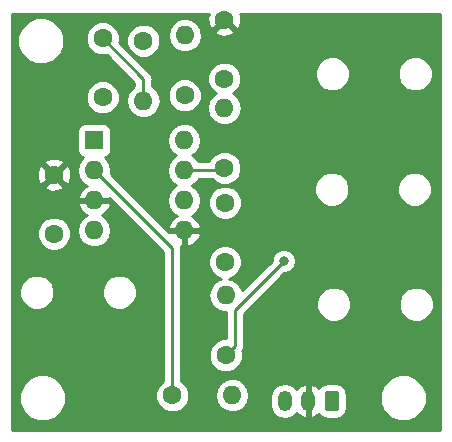
<source format=gbr>
G04 #@! TF.GenerationSoftware,KiCad,Pcbnew,(5.0.1)-rc2*
G04 #@! TF.CreationDate,2019-01-31T00:44:23-05:00*
G04 #@! TF.ProjectId,CV buffer,4356206275666665722E6B696361645F,rev?*
G04 #@! TF.SameCoordinates,Original*
G04 #@! TF.FileFunction,Copper,L2,Bot,Signal*
G04 #@! TF.FilePolarity,Positive*
%FSLAX46Y46*%
G04 Gerber Fmt 4.6, Leading zero omitted, Abs format (unit mm)*
G04 Created by KiCad (PCBNEW (5.0.1)-rc2) date 1/31/2019 12:44:23 AM*
%MOMM*%
%LPD*%
G01*
G04 APERTURE LIST*
G04 #@! TA.AperFunction,ComponentPad*
%ADD10C,1.600000*%
G04 #@! TD*
G04 #@! TA.AperFunction,Conductor*
%ADD11C,0.100000*%
G04 #@! TD*
G04 #@! TA.AperFunction,ComponentPad*
%ADD12C,1.200000*%
G04 #@! TD*
G04 #@! TA.AperFunction,ComponentPad*
%ADD13O,1.200000X1.750000*%
G04 #@! TD*
G04 #@! TA.AperFunction,ComponentPad*
%ADD14R,1.600000X1.600000*%
G04 #@! TD*
G04 #@! TA.AperFunction,ComponentPad*
%ADD15O,1.600000X1.600000*%
G04 #@! TD*
G04 #@! TA.AperFunction,ViaPad*
%ADD16C,0.800000*%
G04 #@! TD*
G04 #@! TA.AperFunction,Conductor*
%ADD17C,0.250000*%
G04 #@! TD*
G04 #@! TA.AperFunction,Conductor*
%ADD18C,0.254000*%
G04 #@! TD*
G04 APERTURE END LIST*
D10*
G04 #@! TO.P,C1,2*
G04 #@! TO.N,-12V*
X179019200Y-85314800D03*
G04 #@! TO.P,C1,1*
G04 #@! TO.N,GND*
X179019200Y-80314800D03*
G04 #@! TD*
D11*
G04 #@! TO.N,+12V*
G04 #@! TO.C,J2*
G36*
X202914105Y-98592604D02*
X202938373Y-98596204D01*
X202962172Y-98602165D01*
X202985271Y-98610430D01*
X203007450Y-98620920D01*
X203028493Y-98633532D01*
X203048199Y-98648147D01*
X203066377Y-98664623D01*
X203082853Y-98682801D01*
X203097468Y-98702507D01*
X203110080Y-98723550D01*
X203120570Y-98745729D01*
X203128835Y-98768828D01*
X203134796Y-98792627D01*
X203138396Y-98816895D01*
X203139600Y-98841399D01*
X203139600Y-100091401D01*
X203138396Y-100115905D01*
X203134796Y-100140173D01*
X203128835Y-100163972D01*
X203120570Y-100187071D01*
X203110080Y-100209250D01*
X203097468Y-100230293D01*
X203082853Y-100249999D01*
X203066377Y-100268177D01*
X203048199Y-100284653D01*
X203028493Y-100299268D01*
X203007450Y-100311880D01*
X202985271Y-100322370D01*
X202962172Y-100330635D01*
X202938373Y-100336596D01*
X202914105Y-100340196D01*
X202889601Y-100341400D01*
X202189599Y-100341400D01*
X202165095Y-100340196D01*
X202140827Y-100336596D01*
X202117028Y-100330635D01*
X202093929Y-100322370D01*
X202071750Y-100311880D01*
X202050707Y-100299268D01*
X202031001Y-100284653D01*
X202012823Y-100268177D01*
X201996347Y-100249999D01*
X201981732Y-100230293D01*
X201969120Y-100209250D01*
X201958630Y-100187071D01*
X201950365Y-100163972D01*
X201944404Y-100140173D01*
X201940804Y-100115905D01*
X201939600Y-100091401D01*
X201939600Y-98841399D01*
X201940804Y-98816895D01*
X201944404Y-98792627D01*
X201950365Y-98768828D01*
X201958630Y-98745729D01*
X201969120Y-98723550D01*
X201981732Y-98702507D01*
X201996347Y-98682801D01*
X202012823Y-98664623D01*
X202031001Y-98648147D01*
X202050707Y-98633532D01*
X202071750Y-98620920D01*
X202093929Y-98610430D01*
X202117028Y-98602165D01*
X202140827Y-98596204D01*
X202165095Y-98592604D01*
X202189599Y-98591400D01*
X202889601Y-98591400D01*
X202914105Y-98592604D01*
X202914105Y-98592604D01*
G37*
D12*
G04 #@! TD*
G04 #@! TO.P,J2,1*
G04 #@! TO.N,+12V*
X202539600Y-99466400D03*
D13*
G04 #@! TO.P,J2,2*
G04 #@! TO.N,GND*
X200539600Y-99466400D03*
G04 #@! TO.P,J2,3*
G04 #@! TO.N,-12V*
X198539600Y-99466400D03*
G04 #@! TD*
D10*
G04 #@! TO.P,C2,1*
G04 #@! TO.N,+12V*
X193446400Y-72186800D03*
G04 #@! TO.P,C2,2*
G04 #@! TO.N,GND*
X193446400Y-67186800D03*
G04 #@! TD*
G04 #@! TO.P,C3,2*
G04 #@! TO.N,Net-(C3-Pad2)*
X183134000Y-68761600D03*
G04 #@! TO.P,C3,1*
G04 #@! TO.N,Net-(C3-Pad1)*
X183134000Y-73761600D03*
G04 #@! TD*
G04 #@! TO.P,C4,1*
G04 #@! TO.N,Net-(C4-Pad1)*
X193497200Y-82702400D03*
G04 #@! TO.P,C4,2*
G04 #@! TO.N,Net-(C4-Pad2)*
X193497200Y-87702400D03*
G04 #@! TD*
D14*
G04 #@! TO.P,U1,1*
G04 #@! TO.N,Net-(C3-Pad1)*
X182422800Y-77419200D03*
D15*
G04 #@! TO.P,U1,5*
G04 #@! TO.N,GND*
X190042800Y-85039200D03*
G04 #@! TO.P,U1,2*
G04 #@! TO.N,Net-(C3-Pad2)*
X182422800Y-79959200D03*
G04 #@! TO.P,U1,6*
G04 #@! TO.N,Net-(C4-Pad2)*
X190042800Y-82499200D03*
G04 #@! TO.P,U1,3*
G04 #@! TO.N,GND*
X182422800Y-82499200D03*
G04 #@! TO.P,U1,7*
G04 #@! TO.N,Net-(C4-Pad1)*
X190042800Y-79959200D03*
G04 #@! TO.P,U1,4*
G04 #@! TO.N,-12V*
X182422800Y-85039200D03*
G04 #@! TO.P,U1,8*
G04 #@! TO.N,+12V*
X190042800Y-77419200D03*
G04 #@! TD*
D10*
G04 #@! TO.P,R1,1*
G04 #@! TO.N,Net-(C3-Pad1)*
X186588400Y-68986400D03*
D15*
G04 #@! TO.P,R1,2*
G04 #@! TO.N,Net-(C3-Pad2)*
X186588400Y-74066400D03*
G04 #@! TD*
G04 #@! TO.P,R3,2*
G04 #@! TO.N,Net-(C3-Pad1)*
X190093600Y-68529200D03*
D10*
G04 #@! TO.P,R3,1*
G04 #@! TO.N,Net-(C4-Pad2)*
X190093600Y-73609200D03*
G04 #@! TD*
G04 #@! TO.P,R2,1*
G04 #@! TO.N,Net-(C3-Pad2)*
X189026800Y-99009200D03*
D15*
G04 #@! TO.P,R2,2*
G04 #@! TO.N,Net-(J1-PadT)*
X194106800Y-99009200D03*
G04 #@! TD*
G04 #@! TO.P,R4,2*
G04 #@! TO.N,Net-(C4-Pad2)*
X193446400Y-74676000D03*
D10*
G04 #@! TO.P,R4,1*
G04 #@! TO.N,Net-(C4-Pad1)*
X193446400Y-79756000D03*
G04 #@! TD*
G04 #@! TO.P,R5,1*
G04 #@! TO.N,Net-(J3-PadT)*
X193548000Y-95605600D03*
D15*
G04 #@! TO.P,R5,2*
G04 #@! TO.N,Net-(C4-Pad1)*
X193548000Y-90525600D03*
G04 #@! TD*
D16*
G04 #@! TO.N,Net-(J3-PadT)*
X198475600Y-87630000D03*
G04 #@! TO.N,GND*
X180738000Y-93971600D03*
G04 #@! TD*
D17*
G04 #@! TO.N,Net-(J3-PadT)*
X194347999Y-94805601D02*
X194347999Y-91757601D01*
X193548000Y-95605600D02*
X194347999Y-94805601D01*
X194347999Y-91757601D02*
X198475600Y-87630000D01*
X198475600Y-87630000D02*
X198475600Y-87630000D01*
G04 #@! TO.N,Net-(C4-Pad1)*
X193243200Y-79959200D02*
X193446400Y-79756000D01*
X190042800Y-79959200D02*
X193243200Y-79959200D01*
G04 #@! TO.N,Net-(C3-Pad2)*
X189026800Y-86563200D02*
X189026800Y-99009200D01*
X182422800Y-79959200D02*
X189026800Y-86563200D01*
X186588400Y-72216000D02*
X183134000Y-68761600D01*
X186588400Y-74066400D02*
X186588400Y-72216000D01*
G04 #@! TO.N,-12V*
X182321200Y-84937600D02*
X182422800Y-85039200D01*
G04 #@! TD*
D18*
G04 #@! TO.N,GND*
G36*
X191999435Y-66970023D02*
X192026622Y-67540254D01*
X192192536Y-67940805D01*
X192438655Y-68014939D01*
X193266795Y-67186800D01*
X193252652Y-67172658D01*
X193432258Y-66993053D01*
X193446400Y-67007195D01*
X193460543Y-66993053D01*
X193640148Y-67172658D01*
X193626005Y-67186800D01*
X194454145Y-68014939D01*
X194700264Y-67940805D01*
X194893365Y-67403577D01*
X194866178Y-66833346D01*
X194799926Y-66673400D01*
X211710600Y-66673400D01*
X211710601Y-101931800D01*
X175487000Y-101931800D01*
X175487000Y-98817559D01*
X176069000Y-98817559D01*
X176069000Y-99607241D01*
X176371199Y-100336812D01*
X176929588Y-100895201D01*
X177659159Y-101197400D01*
X178448841Y-101197400D01*
X179178412Y-100895201D01*
X179736801Y-100336812D01*
X180039000Y-99607241D01*
X180039000Y-98817559D01*
X179736801Y-98087988D01*
X179178412Y-97529599D01*
X178448841Y-97227400D01*
X177659159Y-97227400D01*
X176929588Y-97529599D01*
X176371199Y-98087988D01*
X176069000Y-98817559D01*
X175487000Y-98817559D01*
X175487000Y-89976215D01*
X176070200Y-89976215D01*
X176070200Y-90566985D01*
X176296278Y-91112785D01*
X176714015Y-91530522D01*
X177259815Y-91756600D01*
X177850585Y-91756600D01*
X178396385Y-91530522D01*
X178814122Y-91112785D01*
X179040200Y-90566985D01*
X179040200Y-89976215D01*
X183070200Y-89976215D01*
X183070200Y-90566985D01*
X183296278Y-91112785D01*
X183714015Y-91530522D01*
X184259815Y-91756600D01*
X184850585Y-91756600D01*
X185396385Y-91530522D01*
X185814122Y-91112785D01*
X186040200Y-90566985D01*
X186040200Y-89976215D01*
X185814122Y-89430415D01*
X185396385Y-89012678D01*
X184850585Y-88786600D01*
X184259815Y-88786600D01*
X183714015Y-89012678D01*
X183296278Y-89430415D01*
X183070200Y-89976215D01*
X179040200Y-89976215D01*
X178814122Y-89430415D01*
X178396385Y-89012678D01*
X177850585Y-88786600D01*
X177259815Y-88786600D01*
X176714015Y-89012678D01*
X176296278Y-89430415D01*
X176070200Y-89976215D01*
X175487000Y-89976215D01*
X175487000Y-85029361D01*
X177584200Y-85029361D01*
X177584200Y-85600239D01*
X177802666Y-86127662D01*
X178206338Y-86531334D01*
X178733761Y-86749800D01*
X179304639Y-86749800D01*
X179832062Y-86531334D01*
X180235734Y-86127662D01*
X180454200Y-85600239D01*
X180454200Y-85039200D01*
X180959687Y-85039200D01*
X181071060Y-85599109D01*
X181388223Y-86073777D01*
X181862891Y-86390940D01*
X182281467Y-86474200D01*
X182564133Y-86474200D01*
X182982709Y-86390940D01*
X183457377Y-86073777D01*
X183774540Y-85599109D01*
X183885913Y-85039200D01*
X183774540Y-84479291D01*
X183457377Y-84004623D01*
X183073692Y-83748253D01*
X183277934Y-83651589D01*
X183653841Y-83236623D01*
X183814704Y-82848239D01*
X183692715Y-82626200D01*
X182549800Y-82626200D01*
X182549800Y-82646200D01*
X182295800Y-82646200D01*
X182295800Y-82626200D01*
X181152885Y-82626200D01*
X181030896Y-82848239D01*
X181191759Y-83236623D01*
X181567666Y-83651589D01*
X181771908Y-83748253D01*
X181388223Y-84004623D01*
X181071060Y-84479291D01*
X180959687Y-85039200D01*
X180454200Y-85039200D01*
X180454200Y-85029361D01*
X180235734Y-84501938D01*
X179832062Y-84098266D01*
X179304639Y-83879800D01*
X178733761Y-83879800D01*
X178206338Y-84098266D01*
X177802666Y-84501938D01*
X177584200Y-85029361D01*
X175487000Y-85029361D01*
X175487000Y-81322545D01*
X178191061Y-81322545D01*
X178265195Y-81568664D01*
X178802423Y-81761765D01*
X179372654Y-81734578D01*
X179773205Y-81568664D01*
X179847339Y-81322545D01*
X179019200Y-80494405D01*
X178191061Y-81322545D01*
X175487000Y-81322545D01*
X175487000Y-80098023D01*
X177572235Y-80098023D01*
X177599422Y-80668254D01*
X177765336Y-81068805D01*
X178011455Y-81142939D01*
X178839595Y-80314800D01*
X179198805Y-80314800D01*
X180026945Y-81142939D01*
X180273064Y-81068805D01*
X180466165Y-80531577D01*
X180438978Y-79961346D01*
X180438090Y-79959200D01*
X180959687Y-79959200D01*
X181071060Y-80519109D01*
X181388223Y-80993777D01*
X181771908Y-81250147D01*
X181567666Y-81346811D01*
X181191759Y-81761777D01*
X181030896Y-82150161D01*
X181152885Y-82372200D01*
X182295800Y-82372200D01*
X182295800Y-82352200D01*
X182549800Y-82352200D01*
X182549800Y-82372200D01*
X183692715Y-82372200D01*
X183716928Y-82328129D01*
X188266800Y-86878003D01*
X188266801Y-97770769D01*
X188213938Y-97792666D01*
X187810266Y-98196338D01*
X187591800Y-98723761D01*
X187591800Y-99294639D01*
X187810266Y-99822062D01*
X188213938Y-100225734D01*
X188741361Y-100444200D01*
X189312239Y-100444200D01*
X189839662Y-100225734D01*
X190243334Y-99822062D01*
X190461800Y-99294639D01*
X190461800Y-99009200D01*
X192643687Y-99009200D01*
X192755060Y-99569109D01*
X193072223Y-100043777D01*
X193546891Y-100360940D01*
X193965467Y-100444200D01*
X194248133Y-100444200D01*
X194666709Y-100360940D01*
X195141377Y-100043777D01*
X195458540Y-99569109D01*
X195557866Y-99069764D01*
X197304600Y-99069764D01*
X197304600Y-99863035D01*
X197376256Y-100223272D01*
X197649215Y-100631785D01*
X198057727Y-100904744D01*
X198539600Y-101000595D01*
X199021472Y-100904744D01*
X199429985Y-100631785D01*
X199548767Y-100454015D01*
X199756126Y-100704480D01*
X200184319Y-100930992D01*
X200221991Y-100934862D01*
X200412600Y-100810131D01*
X200412600Y-99593400D01*
X200392600Y-99593400D01*
X200392600Y-99339400D01*
X200412600Y-99339400D01*
X200412600Y-98122669D01*
X200666600Y-98122669D01*
X200666600Y-99339400D01*
X200686600Y-99339400D01*
X200686600Y-99593400D01*
X200666600Y-99593400D01*
X200666600Y-100810131D01*
X200857209Y-100934862D01*
X200894881Y-100930992D01*
X201323074Y-100704480D01*
X201443473Y-100559053D01*
X201555014Y-100725986D01*
X201846164Y-100920527D01*
X202189599Y-100988840D01*
X202889601Y-100988840D01*
X203233036Y-100920527D01*
X203524186Y-100725986D01*
X203718727Y-100434836D01*
X203787040Y-100091401D01*
X203787040Y-98841399D01*
X203782298Y-98817559D01*
X206599800Y-98817559D01*
X206599800Y-99607241D01*
X206901999Y-100336812D01*
X207460388Y-100895201D01*
X208189959Y-101197400D01*
X208979641Y-101197400D01*
X209709212Y-100895201D01*
X210267601Y-100336812D01*
X210569800Y-99607241D01*
X210569800Y-98817559D01*
X210267601Y-98087988D01*
X209709212Y-97529599D01*
X208979641Y-97227400D01*
X208189959Y-97227400D01*
X207460388Y-97529599D01*
X206901999Y-98087988D01*
X206599800Y-98817559D01*
X203782298Y-98817559D01*
X203718727Y-98497964D01*
X203524186Y-98206814D01*
X203233036Y-98012273D01*
X202889601Y-97943960D01*
X202189599Y-97943960D01*
X201846164Y-98012273D01*
X201555014Y-98206814D01*
X201443473Y-98373747D01*
X201323074Y-98228320D01*
X200894881Y-98001808D01*
X200857209Y-97997938D01*
X200666600Y-98122669D01*
X200412600Y-98122669D01*
X200221991Y-97997938D01*
X200184319Y-98001808D01*
X199756126Y-98228320D01*
X199548767Y-98478785D01*
X199429985Y-98301015D01*
X199021473Y-98028056D01*
X198539600Y-97932205D01*
X198057728Y-98028056D01*
X197649216Y-98301015D01*
X197376256Y-98709527D01*
X197304600Y-99069764D01*
X195557866Y-99069764D01*
X195569913Y-99009200D01*
X195458540Y-98449291D01*
X195141377Y-97974623D01*
X194666709Y-97657460D01*
X194248133Y-97574200D01*
X193965467Y-97574200D01*
X193546891Y-97657460D01*
X193072223Y-97974623D01*
X192755060Y-98449291D01*
X192643687Y-99009200D01*
X190461800Y-99009200D01*
X190461800Y-98723761D01*
X190243334Y-98196338D01*
X189839662Y-97792666D01*
X189786800Y-97770770D01*
X189786800Y-87416961D01*
X192062200Y-87416961D01*
X192062200Y-87987839D01*
X192280666Y-88515262D01*
X192684338Y-88918934D01*
X193198663Y-89131975D01*
X192988091Y-89173860D01*
X192513423Y-89491023D01*
X192196260Y-89965691D01*
X192084887Y-90525600D01*
X192196260Y-91085509D01*
X192513423Y-91560177D01*
X192988091Y-91877340D01*
X193406667Y-91960600D01*
X193588000Y-91960600D01*
X193587999Y-94170600D01*
X193262561Y-94170600D01*
X192735138Y-94389066D01*
X192331466Y-94792738D01*
X192113000Y-95320161D01*
X192113000Y-95891039D01*
X192331466Y-96418462D01*
X192735138Y-96822134D01*
X193262561Y-97040600D01*
X193833439Y-97040600D01*
X194360862Y-96822134D01*
X194764534Y-96418462D01*
X194983000Y-95891039D01*
X194983000Y-95320161D01*
X194958212Y-95260317D01*
X195063902Y-95102139D01*
X195063903Y-95102138D01*
X195107999Y-94880453D01*
X195107999Y-94880449D01*
X195122887Y-94805602D01*
X195107999Y-94730755D01*
X195107999Y-92072402D01*
X196188186Y-90992215D01*
X201208200Y-90992215D01*
X201208200Y-91582985D01*
X201434278Y-92128785D01*
X201852015Y-92546522D01*
X202397815Y-92772600D01*
X202988585Y-92772600D01*
X203534385Y-92546522D01*
X203952122Y-92128785D01*
X204178200Y-91582985D01*
X204178200Y-90992215D01*
X208208200Y-90992215D01*
X208208200Y-91582985D01*
X208434278Y-92128785D01*
X208852015Y-92546522D01*
X209397815Y-92772600D01*
X209988585Y-92772600D01*
X210534385Y-92546522D01*
X210952122Y-92128785D01*
X211178200Y-91582985D01*
X211178200Y-90992215D01*
X210952122Y-90446415D01*
X210534385Y-90028678D01*
X209988585Y-89802600D01*
X209397815Y-89802600D01*
X208852015Y-90028678D01*
X208434278Y-90446415D01*
X208208200Y-90992215D01*
X204178200Y-90992215D01*
X203952122Y-90446415D01*
X203534385Y-90028678D01*
X202988585Y-89802600D01*
X202397815Y-89802600D01*
X201852015Y-90028678D01*
X201434278Y-90446415D01*
X201208200Y-90992215D01*
X196188186Y-90992215D01*
X198515403Y-88665000D01*
X198681474Y-88665000D01*
X199061880Y-88507431D01*
X199353031Y-88216280D01*
X199510600Y-87835874D01*
X199510600Y-87424126D01*
X199353031Y-87043720D01*
X199061880Y-86752569D01*
X198681474Y-86595000D01*
X198269726Y-86595000D01*
X197889320Y-86752569D01*
X197598169Y-87043720D01*
X197440600Y-87424126D01*
X197440600Y-87590197D01*
X194927176Y-90103622D01*
X194899740Y-89965691D01*
X194582577Y-89491023D01*
X194107909Y-89173860D01*
X193828698Y-89118322D01*
X194310062Y-88918934D01*
X194713734Y-88515262D01*
X194932200Y-87987839D01*
X194932200Y-87416961D01*
X194713734Y-86889538D01*
X194310062Y-86485866D01*
X193782639Y-86267400D01*
X193211761Y-86267400D01*
X192684338Y-86485866D01*
X192280666Y-86889538D01*
X192062200Y-87416961D01*
X189786800Y-87416961D01*
X189786800Y-86638046D01*
X189801688Y-86563199D01*
X189786800Y-86488352D01*
X189786800Y-86488348D01*
X189767413Y-86390882D01*
X189915800Y-86309829D01*
X189915800Y-85166200D01*
X190169800Y-85166200D01*
X190169800Y-86309829D01*
X190391841Y-86431114D01*
X190897934Y-86191589D01*
X191273841Y-85776623D01*
X191434704Y-85388239D01*
X191312715Y-85166200D01*
X190169800Y-85166200D01*
X189915800Y-85166200D01*
X188772885Y-85166200D01*
X188748673Y-85210270D01*
X183821488Y-80283087D01*
X183885913Y-79959200D01*
X183774540Y-79399291D01*
X183457377Y-78924623D01*
X183336694Y-78843985D01*
X183470565Y-78817357D01*
X183680609Y-78677009D01*
X183820957Y-78466965D01*
X183870240Y-78219200D01*
X183870240Y-77419200D01*
X188579687Y-77419200D01*
X188691060Y-77979109D01*
X189008223Y-78453777D01*
X189360558Y-78689200D01*
X189008223Y-78924623D01*
X188691060Y-79399291D01*
X188579687Y-79959200D01*
X188691060Y-80519109D01*
X189008223Y-80993777D01*
X189360558Y-81229200D01*
X189008223Y-81464623D01*
X188691060Y-81939291D01*
X188579687Y-82499200D01*
X188691060Y-83059109D01*
X189008223Y-83533777D01*
X189391908Y-83790147D01*
X189187666Y-83886811D01*
X188811759Y-84301777D01*
X188650896Y-84690161D01*
X188772885Y-84912200D01*
X189915800Y-84912200D01*
X189915800Y-84892200D01*
X190169800Y-84892200D01*
X190169800Y-84912200D01*
X191312715Y-84912200D01*
X191434704Y-84690161D01*
X191273841Y-84301777D01*
X190897934Y-83886811D01*
X190693692Y-83790147D01*
X191077377Y-83533777D01*
X191394540Y-83059109D01*
X191505913Y-82499200D01*
X191489555Y-82416961D01*
X192062200Y-82416961D01*
X192062200Y-82987839D01*
X192280666Y-83515262D01*
X192684338Y-83918934D01*
X193211761Y-84137400D01*
X193782639Y-84137400D01*
X194310062Y-83918934D01*
X194713734Y-83515262D01*
X194932200Y-82987839D01*
X194932200Y-82416961D01*
X194713734Y-81889538D01*
X194310062Y-81485866D01*
X193782639Y-81267400D01*
X193211761Y-81267400D01*
X192684338Y-81485866D01*
X192280666Y-81889538D01*
X192062200Y-82416961D01*
X191489555Y-82416961D01*
X191394540Y-81939291D01*
X191077377Y-81464623D01*
X190739133Y-81238615D01*
X201055800Y-81238615D01*
X201055800Y-81829385D01*
X201281878Y-82375185D01*
X201699615Y-82792922D01*
X202245415Y-83019000D01*
X202836185Y-83019000D01*
X203381985Y-82792922D01*
X203799722Y-82375185D01*
X204025800Y-81829385D01*
X204025800Y-81238615D01*
X208055800Y-81238615D01*
X208055800Y-81829385D01*
X208281878Y-82375185D01*
X208699615Y-82792922D01*
X209245415Y-83019000D01*
X209836185Y-83019000D01*
X210381985Y-82792922D01*
X210799722Y-82375185D01*
X211025800Y-81829385D01*
X211025800Y-81238615D01*
X210799722Y-80692815D01*
X210381985Y-80275078D01*
X209836185Y-80049000D01*
X209245415Y-80049000D01*
X208699615Y-80275078D01*
X208281878Y-80692815D01*
X208055800Y-81238615D01*
X204025800Y-81238615D01*
X203799722Y-80692815D01*
X203381985Y-80275078D01*
X202836185Y-80049000D01*
X202245415Y-80049000D01*
X201699615Y-80275078D01*
X201281878Y-80692815D01*
X201055800Y-81238615D01*
X190739133Y-81238615D01*
X190725042Y-81229200D01*
X191077377Y-80993777D01*
X191260843Y-80719200D01*
X192380204Y-80719200D01*
X192633538Y-80972534D01*
X193160961Y-81191000D01*
X193731839Y-81191000D01*
X194259262Y-80972534D01*
X194662934Y-80568862D01*
X194881400Y-80041439D01*
X194881400Y-79470561D01*
X194662934Y-78943138D01*
X194259262Y-78539466D01*
X193731839Y-78321000D01*
X193160961Y-78321000D01*
X192633538Y-78539466D01*
X192229866Y-78943138D01*
X192123802Y-79199200D01*
X191260843Y-79199200D01*
X191077377Y-78924623D01*
X190725042Y-78689200D01*
X191077377Y-78453777D01*
X191394540Y-77979109D01*
X191505913Y-77419200D01*
X191394540Y-76859291D01*
X191077377Y-76384623D01*
X190602709Y-76067460D01*
X190184133Y-75984200D01*
X189901467Y-75984200D01*
X189482891Y-76067460D01*
X189008223Y-76384623D01*
X188691060Y-76859291D01*
X188579687Y-77419200D01*
X183870240Y-77419200D01*
X183870240Y-76619200D01*
X183820957Y-76371435D01*
X183680609Y-76161391D01*
X183470565Y-76021043D01*
X183222800Y-75971760D01*
X181622800Y-75971760D01*
X181375035Y-76021043D01*
X181164991Y-76161391D01*
X181024643Y-76371435D01*
X180975360Y-76619200D01*
X180975360Y-78219200D01*
X181024643Y-78466965D01*
X181164991Y-78677009D01*
X181375035Y-78817357D01*
X181508906Y-78843985D01*
X181388223Y-78924623D01*
X181071060Y-79399291D01*
X180959687Y-79959200D01*
X180438090Y-79959200D01*
X180273064Y-79560795D01*
X180026945Y-79486661D01*
X179198805Y-80314800D01*
X178839595Y-80314800D01*
X178011455Y-79486661D01*
X177765336Y-79560795D01*
X177572235Y-80098023D01*
X175487000Y-80098023D01*
X175487000Y-79307055D01*
X178191061Y-79307055D01*
X179019200Y-80135195D01*
X179847339Y-79307055D01*
X179773205Y-79060936D01*
X179235977Y-78867835D01*
X178665746Y-78895022D01*
X178265195Y-79060936D01*
X178191061Y-79307055D01*
X175487000Y-79307055D01*
X175487000Y-73476161D01*
X181699000Y-73476161D01*
X181699000Y-74047039D01*
X181917466Y-74574462D01*
X182321138Y-74978134D01*
X182848561Y-75196600D01*
X183419439Y-75196600D01*
X183946862Y-74978134D01*
X184350534Y-74574462D01*
X184569000Y-74047039D01*
X184569000Y-73476161D01*
X184350534Y-72948738D01*
X183946862Y-72545066D01*
X183419439Y-72326600D01*
X182848561Y-72326600D01*
X182321138Y-72545066D01*
X181917466Y-72948738D01*
X181699000Y-73476161D01*
X175487000Y-73476161D01*
X175487000Y-68591559D01*
X175916600Y-68591559D01*
X175916600Y-69381241D01*
X176218799Y-70110812D01*
X176777188Y-70669201D01*
X177506759Y-70971400D01*
X178296441Y-70971400D01*
X179026012Y-70669201D01*
X179584401Y-70110812D01*
X179886600Y-69381241D01*
X179886600Y-68591559D01*
X179838801Y-68476161D01*
X181699000Y-68476161D01*
X181699000Y-69047039D01*
X181917466Y-69574462D01*
X182321138Y-69978134D01*
X182848561Y-70196600D01*
X183419439Y-70196600D01*
X183472302Y-70174703D01*
X185828401Y-72530804D01*
X185828401Y-72848356D01*
X185553823Y-73031823D01*
X185236660Y-73506491D01*
X185125287Y-74066400D01*
X185236660Y-74626309D01*
X185553823Y-75100977D01*
X186028491Y-75418140D01*
X186447067Y-75501400D01*
X186729733Y-75501400D01*
X187148309Y-75418140D01*
X187622977Y-75100977D01*
X187940140Y-74626309D01*
X188051513Y-74066400D01*
X187940140Y-73506491D01*
X187818044Y-73323761D01*
X188658600Y-73323761D01*
X188658600Y-73894639D01*
X188877066Y-74422062D01*
X189280738Y-74825734D01*
X189808161Y-75044200D01*
X190379039Y-75044200D01*
X190906462Y-74825734D01*
X191056196Y-74676000D01*
X191983287Y-74676000D01*
X192094660Y-75235909D01*
X192411823Y-75710577D01*
X192886491Y-76027740D01*
X193305067Y-76111000D01*
X193587733Y-76111000D01*
X194006309Y-76027740D01*
X194480977Y-75710577D01*
X194798140Y-75235909D01*
X194909513Y-74676000D01*
X194798140Y-74116091D01*
X194480977Y-73641423D01*
X194176165Y-73437754D01*
X194259262Y-73403334D01*
X194662934Y-72999662D01*
X194881400Y-72472239D01*
X194881400Y-71901361D01*
X194708944Y-71485015D01*
X201106600Y-71485015D01*
X201106600Y-72075785D01*
X201332678Y-72621585D01*
X201750415Y-73039322D01*
X202296215Y-73265400D01*
X202886985Y-73265400D01*
X203432785Y-73039322D01*
X203850522Y-72621585D01*
X204076600Y-72075785D01*
X204076600Y-71485015D01*
X208106600Y-71485015D01*
X208106600Y-72075785D01*
X208332678Y-72621585D01*
X208750415Y-73039322D01*
X209296215Y-73265400D01*
X209886985Y-73265400D01*
X210432785Y-73039322D01*
X210850522Y-72621585D01*
X211076600Y-72075785D01*
X211076600Y-71485015D01*
X210850522Y-70939215D01*
X210432785Y-70521478D01*
X209886985Y-70295400D01*
X209296215Y-70295400D01*
X208750415Y-70521478D01*
X208332678Y-70939215D01*
X208106600Y-71485015D01*
X204076600Y-71485015D01*
X203850522Y-70939215D01*
X203432785Y-70521478D01*
X202886985Y-70295400D01*
X202296215Y-70295400D01*
X201750415Y-70521478D01*
X201332678Y-70939215D01*
X201106600Y-71485015D01*
X194708944Y-71485015D01*
X194662934Y-71373938D01*
X194259262Y-70970266D01*
X193731839Y-70751800D01*
X193160961Y-70751800D01*
X192633538Y-70970266D01*
X192229866Y-71373938D01*
X192011400Y-71901361D01*
X192011400Y-72472239D01*
X192229866Y-72999662D01*
X192633538Y-73403334D01*
X192716635Y-73437754D01*
X192411823Y-73641423D01*
X192094660Y-74116091D01*
X191983287Y-74676000D01*
X191056196Y-74676000D01*
X191310134Y-74422062D01*
X191528600Y-73894639D01*
X191528600Y-73323761D01*
X191310134Y-72796338D01*
X190906462Y-72392666D01*
X190379039Y-72174200D01*
X189808161Y-72174200D01*
X189280738Y-72392666D01*
X188877066Y-72796338D01*
X188658600Y-73323761D01*
X187818044Y-73323761D01*
X187622977Y-73031823D01*
X187348400Y-72848357D01*
X187348400Y-72290846D01*
X187363288Y-72215999D01*
X187348400Y-72141152D01*
X187348400Y-72141148D01*
X187304304Y-71919463D01*
X187262502Y-71856902D01*
X187178729Y-71731526D01*
X187178727Y-71731524D01*
X187136329Y-71668071D01*
X187072876Y-71625673D01*
X184547103Y-69099902D01*
X184569000Y-69047039D01*
X184569000Y-68700961D01*
X185153400Y-68700961D01*
X185153400Y-69271839D01*
X185371866Y-69799262D01*
X185775538Y-70202934D01*
X186302961Y-70421400D01*
X186873839Y-70421400D01*
X187401262Y-70202934D01*
X187804934Y-69799262D01*
X188023400Y-69271839D01*
X188023400Y-68700961D01*
X187952255Y-68529200D01*
X188630487Y-68529200D01*
X188741860Y-69089109D01*
X189059023Y-69563777D01*
X189533691Y-69880940D01*
X189952267Y-69964200D01*
X190234933Y-69964200D01*
X190653509Y-69880940D01*
X191128177Y-69563777D01*
X191445340Y-69089109D01*
X191556713Y-68529200D01*
X191490146Y-68194545D01*
X192618261Y-68194545D01*
X192692395Y-68440664D01*
X193229623Y-68633765D01*
X193799854Y-68606578D01*
X194200405Y-68440664D01*
X194274539Y-68194545D01*
X193446400Y-67366405D01*
X192618261Y-68194545D01*
X191490146Y-68194545D01*
X191445340Y-67969291D01*
X191128177Y-67494623D01*
X190653509Y-67177460D01*
X190234933Y-67094200D01*
X189952267Y-67094200D01*
X189533691Y-67177460D01*
X189059023Y-67494623D01*
X188741860Y-67969291D01*
X188630487Y-68529200D01*
X187952255Y-68529200D01*
X187804934Y-68173538D01*
X187401262Y-67769866D01*
X186873839Y-67551400D01*
X186302961Y-67551400D01*
X185775538Y-67769866D01*
X185371866Y-68173538D01*
X185153400Y-68700961D01*
X184569000Y-68700961D01*
X184569000Y-68476161D01*
X184350534Y-67948738D01*
X183946862Y-67545066D01*
X183419439Y-67326600D01*
X182848561Y-67326600D01*
X182321138Y-67545066D01*
X181917466Y-67948738D01*
X181699000Y-68476161D01*
X179838801Y-68476161D01*
X179584401Y-67861988D01*
X179026012Y-67303599D01*
X178296441Y-67001400D01*
X177506759Y-67001400D01*
X176777188Y-67303599D01*
X176218799Y-67861988D01*
X175916600Y-68591559D01*
X175487000Y-68591559D01*
X175487000Y-66673400D01*
X192106053Y-66673400D01*
X191999435Y-66970023D01*
X191999435Y-66970023D01*
G37*
X191999435Y-66970023D02*
X192026622Y-67540254D01*
X192192536Y-67940805D01*
X192438655Y-68014939D01*
X193266795Y-67186800D01*
X193252652Y-67172658D01*
X193432258Y-66993053D01*
X193446400Y-67007195D01*
X193460543Y-66993053D01*
X193640148Y-67172658D01*
X193626005Y-67186800D01*
X194454145Y-68014939D01*
X194700264Y-67940805D01*
X194893365Y-67403577D01*
X194866178Y-66833346D01*
X194799926Y-66673400D01*
X211710600Y-66673400D01*
X211710601Y-101931800D01*
X175487000Y-101931800D01*
X175487000Y-98817559D01*
X176069000Y-98817559D01*
X176069000Y-99607241D01*
X176371199Y-100336812D01*
X176929588Y-100895201D01*
X177659159Y-101197400D01*
X178448841Y-101197400D01*
X179178412Y-100895201D01*
X179736801Y-100336812D01*
X180039000Y-99607241D01*
X180039000Y-98817559D01*
X179736801Y-98087988D01*
X179178412Y-97529599D01*
X178448841Y-97227400D01*
X177659159Y-97227400D01*
X176929588Y-97529599D01*
X176371199Y-98087988D01*
X176069000Y-98817559D01*
X175487000Y-98817559D01*
X175487000Y-89976215D01*
X176070200Y-89976215D01*
X176070200Y-90566985D01*
X176296278Y-91112785D01*
X176714015Y-91530522D01*
X177259815Y-91756600D01*
X177850585Y-91756600D01*
X178396385Y-91530522D01*
X178814122Y-91112785D01*
X179040200Y-90566985D01*
X179040200Y-89976215D01*
X183070200Y-89976215D01*
X183070200Y-90566985D01*
X183296278Y-91112785D01*
X183714015Y-91530522D01*
X184259815Y-91756600D01*
X184850585Y-91756600D01*
X185396385Y-91530522D01*
X185814122Y-91112785D01*
X186040200Y-90566985D01*
X186040200Y-89976215D01*
X185814122Y-89430415D01*
X185396385Y-89012678D01*
X184850585Y-88786600D01*
X184259815Y-88786600D01*
X183714015Y-89012678D01*
X183296278Y-89430415D01*
X183070200Y-89976215D01*
X179040200Y-89976215D01*
X178814122Y-89430415D01*
X178396385Y-89012678D01*
X177850585Y-88786600D01*
X177259815Y-88786600D01*
X176714015Y-89012678D01*
X176296278Y-89430415D01*
X176070200Y-89976215D01*
X175487000Y-89976215D01*
X175487000Y-85029361D01*
X177584200Y-85029361D01*
X177584200Y-85600239D01*
X177802666Y-86127662D01*
X178206338Y-86531334D01*
X178733761Y-86749800D01*
X179304639Y-86749800D01*
X179832062Y-86531334D01*
X180235734Y-86127662D01*
X180454200Y-85600239D01*
X180454200Y-85039200D01*
X180959687Y-85039200D01*
X181071060Y-85599109D01*
X181388223Y-86073777D01*
X181862891Y-86390940D01*
X182281467Y-86474200D01*
X182564133Y-86474200D01*
X182982709Y-86390940D01*
X183457377Y-86073777D01*
X183774540Y-85599109D01*
X183885913Y-85039200D01*
X183774540Y-84479291D01*
X183457377Y-84004623D01*
X183073692Y-83748253D01*
X183277934Y-83651589D01*
X183653841Y-83236623D01*
X183814704Y-82848239D01*
X183692715Y-82626200D01*
X182549800Y-82626200D01*
X182549800Y-82646200D01*
X182295800Y-82646200D01*
X182295800Y-82626200D01*
X181152885Y-82626200D01*
X181030896Y-82848239D01*
X181191759Y-83236623D01*
X181567666Y-83651589D01*
X181771908Y-83748253D01*
X181388223Y-84004623D01*
X181071060Y-84479291D01*
X180959687Y-85039200D01*
X180454200Y-85039200D01*
X180454200Y-85029361D01*
X180235734Y-84501938D01*
X179832062Y-84098266D01*
X179304639Y-83879800D01*
X178733761Y-83879800D01*
X178206338Y-84098266D01*
X177802666Y-84501938D01*
X177584200Y-85029361D01*
X175487000Y-85029361D01*
X175487000Y-81322545D01*
X178191061Y-81322545D01*
X178265195Y-81568664D01*
X178802423Y-81761765D01*
X179372654Y-81734578D01*
X179773205Y-81568664D01*
X179847339Y-81322545D01*
X179019200Y-80494405D01*
X178191061Y-81322545D01*
X175487000Y-81322545D01*
X175487000Y-80098023D01*
X177572235Y-80098023D01*
X177599422Y-80668254D01*
X177765336Y-81068805D01*
X178011455Y-81142939D01*
X178839595Y-80314800D01*
X179198805Y-80314800D01*
X180026945Y-81142939D01*
X180273064Y-81068805D01*
X180466165Y-80531577D01*
X180438978Y-79961346D01*
X180438090Y-79959200D01*
X180959687Y-79959200D01*
X181071060Y-80519109D01*
X181388223Y-80993777D01*
X181771908Y-81250147D01*
X181567666Y-81346811D01*
X181191759Y-81761777D01*
X181030896Y-82150161D01*
X181152885Y-82372200D01*
X182295800Y-82372200D01*
X182295800Y-82352200D01*
X182549800Y-82352200D01*
X182549800Y-82372200D01*
X183692715Y-82372200D01*
X183716928Y-82328129D01*
X188266800Y-86878003D01*
X188266801Y-97770769D01*
X188213938Y-97792666D01*
X187810266Y-98196338D01*
X187591800Y-98723761D01*
X187591800Y-99294639D01*
X187810266Y-99822062D01*
X188213938Y-100225734D01*
X188741361Y-100444200D01*
X189312239Y-100444200D01*
X189839662Y-100225734D01*
X190243334Y-99822062D01*
X190461800Y-99294639D01*
X190461800Y-99009200D01*
X192643687Y-99009200D01*
X192755060Y-99569109D01*
X193072223Y-100043777D01*
X193546891Y-100360940D01*
X193965467Y-100444200D01*
X194248133Y-100444200D01*
X194666709Y-100360940D01*
X195141377Y-100043777D01*
X195458540Y-99569109D01*
X195557866Y-99069764D01*
X197304600Y-99069764D01*
X197304600Y-99863035D01*
X197376256Y-100223272D01*
X197649215Y-100631785D01*
X198057727Y-100904744D01*
X198539600Y-101000595D01*
X199021472Y-100904744D01*
X199429985Y-100631785D01*
X199548767Y-100454015D01*
X199756126Y-100704480D01*
X200184319Y-100930992D01*
X200221991Y-100934862D01*
X200412600Y-100810131D01*
X200412600Y-99593400D01*
X200392600Y-99593400D01*
X200392600Y-99339400D01*
X200412600Y-99339400D01*
X200412600Y-98122669D01*
X200666600Y-98122669D01*
X200666600Y-99339400D01*
X200686600Y-99339400D01*
X200686600Y-99593400D01*
X200666600Y-99593400D01*
X200666600Y-100810131D01*
X200857209Y-100934862D01*
X200894881Y-100930992D01*
X201323074Y-100704480D01*
X201443473Y-100559053D01*
X201555014Y-100725986D01*
X201846164Y-100920527D01*
X202189599Y-100988840D01*
X202889601Y-100988840D01*
X203233036Y-100920527D01*
X203524186Y-100725986D01*
X203718727Y-100434836D01*
X203787040Y-100091401D01*
X203787040Y-98841399D01*
X203782298Y-98817559D01*
X206599800Y-98817559D01*
X206599800Y-99607241D01*
X206901999Y-100336812D01*
X207460388Y-100895201D01*
X208189959Y-101197400D01*
X208979641Y-101197400D01*
X209709212Y-100895201D01*
X210267601Y-100336812D01*
X210569800Y-99607241D01*
X210569800Y-98817559D01*
X210267601Y-98087988D01*
X209709212Y-97529599D01*
X208979641Y-97227400D01*
X208189959Y-97227400D01*
X207460388Y-97529599D01*
X206901999Y-98087988D01*
X206599800Y-98817559D01*
X203782298Y-98817559D01*
X203718727Y-98497964D01*
X203524186Y-98206814D01*
X203233036Y-98012273D01*
X202889601Y-97943960D01*
X202189599Y-97943960D01*
X201846164Y-98012273D01*
X201555014Y-98206814D01*
X201443473Y-98373747D01*
X201323074Y-98228320D01*
X200894881Y-98001808D01*
X200857209Y-97997938D01*
X200666600Y-98122669D01*
X200412600Y-98122669D01*
X200221991Y-97997938D01*
X200184319Y-98001808D01*
X199756126Y-98228320D01*
X199548767Y-98478785D01*
X199429985Y-98301015D01*
X199021473Y-98028056D01*
X198539600Y-97932205D01*
X198057728Y-98028056D01*
X197649216Y-98301015D01*
X197376256Y-98709527D01*
X197304600Y-99069764D01*
X195557866Y-99069764D01*
X195569913Y-99009200D01*
X195458540Y-98449291D01*
X195141377Y-97974623D01*
X194666709Y-97657460D01*
X194248133Y-97574200D01*
X193965467Y-97574200D01*
X193546891Y-97657460D01*
X193072223Y-97974623D01*
X192755060Y-98449291D01*
X192643687Y-99009200D01*
X190461800Y-99009200D01*
X190461800Y-98723761D01*
X190243334Y-98196338D01*
X189839662Y-97792666D01*
X189786800Y-97770770D01*
X189786800Y-87416961D01*
X192062200Y-87416961D01*
X192062200Y-87987839D01*
X192280666Y-88515262D01*
X192684338Y-88918934D01*
X193198663Y-89131975D01*
X192988091Y-89173860D01*
X192513423Y-89491023D01*
X192196260Y-89965691D01*
X192084887Y-90525600D01*
X192196260Y-91085509D01*
X192513423Y-91560177D01*
X192988091Y-91877340D01*
X193406667Y-91960600D01*
X193588000Y-91960600D01*
X193587999Y-94170600D01*
X193262561Y-94170600D01*
X192735138Y-94389066D01*
X192331466Y-94792738D01*
X192113000Y-95320161D01*
X192113000Y-95891039D01*
X192331466Y-96418462D01*
X192735138Y-96822134D01*
X193262561Y-97040600D01*
X193833439Y-97040600D01*
X194360862Y-96822134D01*
X194764534Y-96418462D01*
X194983000Y-95891039D01*
X194983000Y-95320161D01*
X194958212Y-95260317D01*
X195063902Y-95102139D01*
X195063903Y-95102138D01*
X195107999Y-94880453D01*
X195107999Y-94880449D01*
X195122887Y-94805602D01*
X195107999Y-94730755D01*
X195107999Y-92072402D01*
X196188186Y-90992215D01*
X201208200Y-90992215D01*
X201208200Y-91582985D01*
X201434278Y-92128785D01*
X201852015Y-92546522D01*
X202397815Y-92772600D01*
X202988585Y-92772600D01*
X203534385Y-92546522D01*
X203952122Y-92128785D01*
X204178200Y-91582985D01*
X204178200Y-90992215D01*
X208208200Y-90992215D01*
X208208200Y-91582985D01*
X208434278Y-92128785D01*
X208852015Y-92546522D01*
X209397815Y-92772600D01*
X209988585Y-92772600D01*
X210534385Y-92546522D01*
X210952122Y-92128785D01*
X211178200Y-91582985D01*
X211178200Y-90992215D01*
X210952122Y-90446415D01*
X210534385Y-90028678D01*
X209988585Y-89802600D01*
X209397815Y-89802600D01*
X208852015Y-90028678D01*
X208434278Y-90446415D01*
X208208200Y-90992215D01*
X204178200Y-90992215D01*
X203952122Y-90446415D01*
X203534385Y-90028678D01*
X202988585Y-89802600D01*
X202397815Y-89802600D01*
X201852015Y-90028678D01*
X201434278Y-90446415D01*
X201208200Y-90992215D01*
X196188186Y-90992215D01*
X198515403Y-88665000D01*
X198681474Y-88665000D01*
X199061880Y-88507431D01*
X199353031Y-88216280D01*
X199510600Y-87835874D01*
X199510600Y-87424126D01*
X199353031Y-87043720D01*
X199061880Y-86752569D01*
X198681474Y-86595000D01*
X198269726Y-86595000D01*
X197889320Y-86752569D01*
X197598169Y-87043720D01*
X197440600Y-87424126D01*
X197440600Y-87590197D01*
X194927176Y-90103622D01*
X194899740Y-89965691D01*
X194582577Y-89491023D01*
X194107909Y-89173860D01*
X193828698Y-89118322D01*
X194310062Y-88918934D01*
X194713734Y-88515262D01*
X194932200Y-87987839D01*
X194932200Y-87416961D01*
X194713734Y-86889538D01*
X194310062Y-86485866D01*
X193782639Y-86267400D01*
X193211761Y-86267400D01*
X192684338Y-86485866D01*
X192280666Y-86889538D01*
X192062200Y-87416961D01*
X189786800Y-87416961D01*
X189786800Y-86638046D01*
X189801688Y-86563199D01*
X189786800Y-86488352D01*
X189786800Y-86488348D01*
X189767413Y-86390882D01*
X189915800Y-86309829D01*
X189915800Y-85166200D01*
X190169800Y-85166200D01*
X190169800Y-86309829D01*
X190391841Y-86431114D01*
X190897934Y-86191589D01*
X191273841Y-85776623D01*
X191434704Y-85388239D01*
X191312715Y-85166200D01*
X190169800Y-85166200D01*
X189915800Y-85166200D01*
X188772885Y-85166200D01*
X188748673Y-85210270D01*
X183821488Y-80283087D01*
X183885913Y-79959200D01*
X183774540Y-79399291D01*
X183457377Y-78924623D01*
X183336694Y-78843985D01*
X183470565Y-78817357D01*
X183680609Y-78677009D01*
X183820957Y-78466965D01*
X183870240Y-78219200D01*
X183870240Y-77419200D01*
X188579687Y-77419200D01*
X188691060Y-77979109D01*
X189008223Y-78453777D01*
X189360558Y-78689200D01*
X189008223Y-78924623D01*
X188691060Y-79399291D01*
X188579687Y-79959200D01*
X188691060Y-80519109D01*
X189008223Y-80993777D01*
X189360558Y-81229200D01*
X189008223Y-81464623D01*
X188691060Y-81939291D01*
X188579687Y-82499200D01*
X188691060Y-83059109D01*
X189008223Y-83533777D01*
X189391908Y-83790147D01*
X189187666Y-83886811D01*
X188811759Y-84301777D01*
X188650896Y-84690161D01*
X188772885Y-84912200D01*
X189915800Y-84912200D01*
X189915800Y-84892200D01*
X190169800Y-84892200D01*
X190169800Y-84912200D01*
X191312715Y-84912200D01*
X191434704Y-84690161D01*
X191273841Y-84301777D01*
X190897934Y-83886811D01*
X190693692Y-83790147D01*
X191077377Y-83533777D01*
X191394540Y-83059109D01*
X191505913Y-82499200D01*
X191489555Y-82416961D01*
X192062200Y-82416961D01*
X192062200Y-82987839D01*
X192280666Y-83515262D01*
X192684338Y-83918934D01*
X193211761Y-84137400D01*
X193782639Y-84137400D01*
X194310062Y-83918934D01*
X194713734Y-83515262D01*
X194932200Y-82987839D01*
X194932200Y-82416961D01*
X194713734Y-81889538D01*
X194310062Y-81485866D01*
X193782639Y-81267400D01*
X193211761Y-81267400D01*
X192684338Y-81485866D01*
X192280666Y-81889538D01*
X192062200Y-82416961D01*
X191489555Y-82416961D01*
X191394540Y-81939291D01*
X191077377Y-81464623D01*
X190739133Y-81238615D01*
X201055800Y-81238615D01*
X201055800Y-81829385D01*
X201281878Y-82375185D01*
X201699615Y-82792922D01*
X202245415Y-83019000D01*
X202836185Y-83019000D01*
X203381985Y-82792922D01*
X203799722Y-82375185D01*
X204025800Y-81829385D01*
X204025800Y-81238615D01*
X208055800Y-81238615D01*
X208055800Y-81829385D01*
X208281878Y-82375185D01*
X208699615Y-82792922D01*
X209245415Y-83019000D01*
X209836185Y-83019000D01*
X210381985Y-82792922D01*
X210799722Y-82375185D01*
X211025800Y-81829385D01*
X211025800Y-81238615D01*
X210799722Y-80692815D01*
X210381985Y-80275078D01*
X209836185Y-80049000D01*
X209245415Y-80049000D01*
X208699615Y-80275078D01*
X208281878Y-80692815D01*
X208055800Y-81238615D01*
X204025800Y-81238615D01*
X203799722Y-80692815D01*
X203381985Y-80275078D01*
X202836185Y-80049000D01*
X202245415Y-80049000D01*
X201699615Y-80275078D01*
X201281878Y-80692815D01*
X201055800Y-81238615D01*
X190739133Y-81238615D01*
X190725042Y-81229200D01*
X191077377Y-80993777D01*
X191260843Y-80719200D01*
X192380204Y-80719200D01*
X192633538Y-80972534D01*
X193160961Y-81191000D01*
X193731839Y-81191000D01*
X194259262Y-80972534D01*
X194662934Y-80568862D01*
X194881400Y-80041439D01*
X194881400Y-79470561D01*
X194662934Y-78943138D01*
X194259262Y-78539466D01*
X193731839Y-78321000D01*
X193160961Y-78321000D01*
X192633538Y-78539466D01*
X192229866Y-78943138D01*
X192123802Y-79199200D01*
X191260843Y-79199200D01*
X191077377Y-78924623D01*
X190725042Y-78689200D01*
X191077377Y-78453777D01*
X191394540Y-77979109D01*
X191505913Y-77419200D01*
X191394540Y-76859291D01*
X191077377Y-76384623D01*
X190602709Y-76067460D01*
X190184133Y-75984200D01*
X189901467Y-75984200D01*
X189482891Y-76067460D01*
X189008223Y-76384623D01*
X188691060Y-76859291D01*
X188579687Y-77419200D01*
X183870240Y-77419200D01*
X183870240Y-76619200D01*
X183820957Y-76371435D01*
X183680609Y-76161391D01*
X183470565Y-76021043D01*
X183222800Y-75971760D01*
X181622800Y-75971760D01*
X181375035Y-76021043D01*
X181164991Y-76161391D01*
X181024643Y-76371435D01*
X180975360Y-76619200D01*
X180975360Y-78219200D01*
X181024643Y-78466965D01*
X181164991Y-78677009D01*
X181375035Y-78817357D01*
X181508906Y-78843985D01*
X181388223Y-78924623D01*
X181071060Y-79399291D01*
X180959687Y-79959200D01*
X180438090Y-79959200D01*
X180273064Y-79560795D01*
X180026945Y-79486661D01*
X179198805Y-80314800D01*
X178839595Y-80314800D01*
X178011455Y-79486661D01*
X177765336Y-79560795D01*
X177572235Y-80098023D01*
X175487000Y-80098023D01*
X175487000Y-79307055D01*
X178191061Y-79307055D01*
X179019200Y-80135195D01*
X179847339Y-79307055D01*
X179773205Y-79060936D01*
X179235977Y-78867835D01*
X178665746Y-78895022D01*
X178265195Y-79060936D01*
X178191061Y-79307055D01*
X175487000Y-79307055D01*
X175487000Y-73476161D01*
X181699000Y-73476161D01*
X181699000Y-74047039D01*
X181917466Y-74574462D01*
X182321138Y-74978134D01*
X182848561Y-75196600D01*
X183419439Y-75196600D01*
X183946862Y-74978134D01*
X184350534Y-74574462D01*
X184569000Y-74047039D01*
X184569000Y-73476161D01*
X184350534Y-72948738D01*
X183946862Y-72545066D01*
X183419439Y-72326600D01*
X182848561Y-72326600D01*
X182321138Y-72545066D01*
X181917466Y-72948738D01*
X181699000Y-73476161D01*
X175487000Y-73476161D01*
X175487000Y-68591559D01*
X175916600Y-68591559D01*
X175916600Y-69381241D01*
X176218799Y-70110812D01*
X176777188Y-70669201D01*
X177506759Y-70971400D01*
X178296441Y-70971400D01*
X179026012Y-70669201D01*
X179584401Y-70110812D01*
X179886600Y-69381241D01*
X179886600Y-68591559D01*
X179838801Y-68476161D01*
X181699000Y-68476161D01*
X181699000Y-69047039D01*
X181917466Y-69574462D01*
X182321138Y-69978134D01*
X182848561Y-70196600D01*
X183419439Y-70196600D01*
X183472302Y-70174703D01*
X185828401Y-72530804D01*
X185828401Y-72848356D01*
X185553823Y-73031823D01*
X185236660Y-73506491D01*
X185125287Y-74066400D01*
X185236660Y-74626309D01*
X185553823Y-75100977D01*
X186028491Y-75418140D01*
X186447067Y-75501400D01*
X186729733Y-75501400D01*
X187148309Y-75418140D01*
X187622977Y-75100977D01*
X187940140Y-74626309D01*
X188051513Y-74066400D01*
X187940140Y-73506491D01*
X187818044Y-73323761D01*
X188658600Y-73323761D01*
X188658600Y-73894639D01*
X188877066Y-74422062D01*
X189280738Y-74825734D01*
X189808161Y-75044200D01*
X190379039Y-75044200D01*
X190906462Y-74825734D01*
X191056196Y-74676000D01*
X191983287Y-74676000D01*
X192094660Y-75235909D01*
X192411823Y-75710577D01*
X192886491Y-76027740D01*
X193305067Y-76111000D01*
X193587733Y-76111000D01*
X194006309Y-76027740D01*
X194480977Y-75710577D01*
X194798140Y-75235909D01*
X194909513Y-74676000D01*
X194798140Y-74116091D01*
X194480977Y-73641423D01*
X194176165Y-73437754D01*
X194259262Y-73403334D01*
X194662934Y-72999662D01*
X194881400Y-72472239D01*
X194881400Y-71901361D01*
X194708944Y-71485015D01*
X201106600Y-71485015D01*
X201106600Y-72075785D01*
X201332678Y-72621585D01*
X201750415Y-73039322D01*
X202296215Y-73265400D01*
X202886985Y-73265400D01*
X203432785Y-73039322D01*
X203850522Y-72621585D01*
X204076600Y-72075785D01*
X204076600Y-71485015D01*
X208106600Y-71485015D01*
X208106600Y-72075785D01*
X208332678Y-72621585D01*
X208750415Y-73039322D01*
X209296215Y-73265400D01*
X209886985Y-73265400D01*
X210432785Y-73039322D01*
X210850522Y-72621585D01*
X211076600Y-72075785D01*
X211076600Y-71485015D01*
X210850522Y-70939215D01*
X210432785Y-70521478D01*
X209886985Y-70295400D01*
X209296215Y-70295400D01*
X208750415Y-70521478D01*
X208332678Y-70939215D01*
X208106600Y-71485015D01*
X204076600Y-71485015D01*
X203850522Y-70939215D01*
X203432785Y-70521478D01*
X202886985Y-70295400D01*
X202296215Y-70295400D01*
X201750415Y-70521478D01*
X201332678Y-70939215D01*
X201106600Y-71485015D01*
X194708944Y-71485015D01*
X194662934Y-71373938D01*
X194259262Y-70970266D01*
X193731839Y-70751800D01*
X193160961Y-70751800D01*
X192633538Y-70970266D01*
X192229866Y-71373938D01*
X192011400Y-71901361D01*
X192011400Y-72472239D01*
X192229866Y-72999662D01*
X192633538Y-73403334D01*
X192716635Y-73437754D01*
X192411823Y-73641423D01*
X192094660Y-74116091D01*
X191983287Y-74676000D01*
X191056196Y-74676000D01*
X191310134Y-74422062D01*
X191528600Y-73894639D01*
X191528600Y-73323761D01*
X191310134Y-72796338D01*
X190906462Y-72392666D01*
X190379039Y-72174200D01*
X189808161Y-72174200D01*
X189280738Y-72392666D01*
X188877066Y-72796338D01*
X188658600Y-73323761D01*
X187818044Y-73323761D01*
X187622977Y-73031823D01*
X187348400Y-72848357D01*
X187348400Y-72290846D01*
X187363288Y-72215999D01*
X187348400Y-72141152D01*
X187348400Y-72141148D01*
X187304304Y-71919463D01*
X187262502Y-71856902D01*
X187178729Y-71731526D01*
X187178727Y-71731524D01*
X187136329Y-71668071D01*
X187072876Y-71625673D01*
X184547103Y-69099902D01*
X184569000Y-69047039D01*
X184569000Y-68700961D01*
X185153400Y-68700961D01*
X185153400Y-69271839D01*
X185371866Y-69799262D01*
X185775538Y-70202934D01*
X186302961Y-70421400D01*
X186873839Y-70421400D01*
X187401262Y-70202934D01*
X187804934Y-69799262D01*
X188023400Y-69271839D01*
X188023400Y-68700961D01*
X187952255Y-68529200D01*
X188630487Y-68529200D01*
X188741860Y-69089109D01*
X189059023Y-69563777D01*
X189533691Y-69880940D01*
X189952267Y-69964200D01*
X190234933Y-69964200D01*
X190653509Y-69880940D01*
X191128177Y-69563777D01*
X191445340Y-69089109D01*
X191556713Y-68529200D01*
X191490146Y-68194545D01*
X192618261Y-68194545D01*
X192692395Y-68440664D01*
X193229623Y-68633765D01*
X193799854Y-68606578D01*
X194200405Y-68440664D01*
X194274539Y-68194545D01*
X193446400Y-67366405D01*
X192618261Y-68194545D01*
X191490146Y-68194545D01*
X191445340Y-67969291D01*
X191128177Y-67494623D01*
X190653509Y-67177460D01*
X190234933Y-67094200D01*
X189952267Y-67094200D01*
X189533691Y-67177460D01*
X189059023Y-67494623D01*
X188741860Y-67969291D01*
X188630487Y-68529200D01*
X187952255Y-68529200D01*
X187804934Y-68173538D01*
X187401262Y-67769866D01*
X186873839Y-67551400D01*
X186302961Y-67551400D01*
X185775538Y-67769866D01*
X185371866Y-68173538D01*
X185153400Y-68700961D01*
X184569000Y-68700961D01*
X184569000Y-68476161D01*
X184350534Y-67948738D01*
X183946862Y-67545066D01*
X183419439Y-67326600D01*
X182848561Y-67326600D01*
X182321138Y-67545066D01*
X181917466Y-67948738D01*
X181699000Y-68476161D01*
X179838801Y-68476161D01*
X179584401Y-67861988D01*
X179026012Y-67303599D01*
X178296441Y-67001400D01*
X177506759Y-67001400D01*
X176777188Y-67303599D01*
X176218799Y-67861988D01*
X175916600Y-68591559D01*
X175487000Y-68591559D01*
X175487000Y-66673400D01*
X192106053Y-66673400D01*
X191999435Y-66970023D01*
G04 #@! TD*
M02*

</source>
